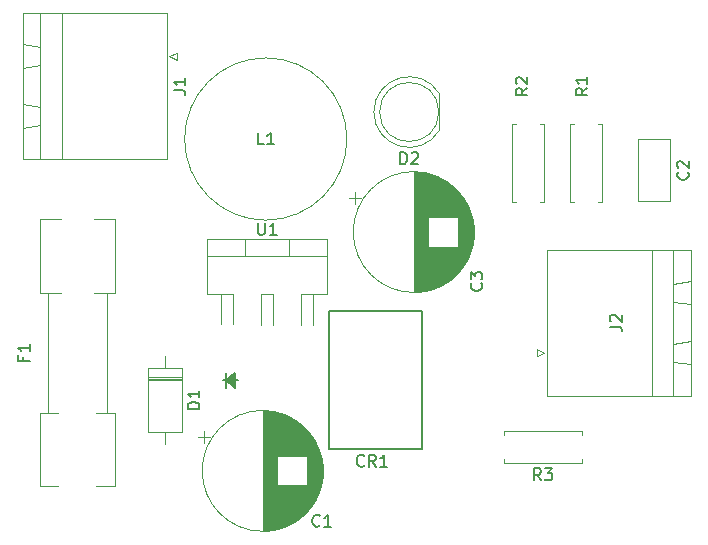
<source format=gbr>
%TF.GenerationSoftware,KiCad,Pcbnew,9.0.4*%
%TF.CreationDate,2025-10-25T17:12:59+05:30*%
%TF.ProjectId,Buck,4275636b-2e6b-4696-9361-645f70636258,rev?*%
%TF.SameCoordinates,Original*%
%TF.FileFunction,Legend,Top*%
%TF.FilePolarity,Positive*%
%FSLAX46Y46*%
G04 Gerber Fmt 4.6, Leading zero omitted, Abs format (unit mm)*
G04 Created by KiCad (PCBNEW 9.0.4) date 2025-10-25 17:12:59*
%MOMM*%
%LPD*%
G01*
G04 APERTURE LIST*
%ADD10C,0.150000*%
%ADD11C,0.120000*%
%ADD12C,0.152400*%
G04 APERTURE END LIST*
D10*
X173376933Y-101959580D02*
X173329314Y-102007200D01*
X173329314Y-102007200D02*
X173186457Y-102054819D01*
X173186457Y-102054819D02*
X173091219Y-102054819D01*
X173091219Y-102054819D02*
X172948362Y-102007200D01*
X172948362Y-102007200D02*
X172853124Y-101911961D01*
X172853124Y-101911961D02*
X172805505Y-101816723D01*
X172805505Y-101816723D02*
X172757886Y-101626247D01*
X172757886Y-101626247D02*
X172757886Y-101483390D01*
X172757886Y-101483390D02*
X172805505Y-101292914D01*
X172805505Y-101292914D02*
X172853124Y-101197676D01*
X172853124Y-101197676D02*
X172948362Y-101102438D01*
X172948362Y-101102438D02*
X173091219Y-101054819D01*
X173091219Y-101054819D02*
X173186457Y-101054819D01*
X173186457Y-101054819D02*
X173329314Y-101102438D01*
X173329314Y-101102438D02*
X173376933Y-101150057D01*
X174329314Y-102054819D02*
X173757886Y-102054819D01*
X174043600Y-102054819D02*
X174043600Y-101054819D01*
X174043600Y-101054819D02*
X173948362Y-101197676D01*
X173948362Y-101197676D02*
X173853124Y-101292914D01*
X173853124Y-101292914D02*
X173757886Y-101340533D01*
X187049580Y-81446666D02*
X187097200Y-81494285D01*
X187097200Y-81494285D02*
X187144819Y-81637142D01*
X187144819Y-81637142D02*
X187144819Y-81732380D01*
X187144819Y-81732380D02*
X187097200Y-81875237D01*
X187097200Y-81875237D02*
X187001961Y-81970475D01*
X187001961Y-81970475D02*
X186906723Y-82018094D01*
X186906723Y-82018094D02*
X186716247Y-82065713D01*
X186716247Y-82065713D02*
X186573390Y-82065713D01*
X186573390Y-82065713D02*
X186382914Y-82018094D01*
X186382914Y-82018094D02*
X186287676Y-81970475D01*
X186287676Y-81970475D02*
X186192438Y-81875237D01*
X186192438Y-81875237D02*
X186144819Y-81732380D01*
X186144819Y-81732380D02*
X186144819Y-81637142D01*
X186144819Y-81637142D02*
X186192438Y-81494285D01*
X186192438Y-81494285D02*
X186240057Y-81446666D01*
X186144819Y-81113332D02*
X186144819Y-80494285D01*
X186144819Y-80494285D02*
X186525771Y-80827618D01*
X186525771Y-80827618D02*
X186525771Y-80684761D01*
X186525771Y-80684761D02*
X186573390Y-80589523D01*
X186573390Y-80589523D02*
X186621009Y-80541904D01*
X186621009Y-80541904D02*
X186716247Y-80494285D01*
X186716247Y-80494285D02*
X186954342Y-80494285D01*
X186954342Y-80494285D02*
X187049580Y-80541904D01*
X187049580Y-80541904D02*
X187097200Y-80589523D01*
X187097200Y-80589523D02*
X187144819Y-80684761D01*
X187144819Y-80684761D02*
X187144819Y-80970475D01*
X187144819Y-80970475D02*
X187097200Y-81065713D01*
X187097200Y-81065713D02*
X187049580Y-81113332D01*
X177133333Y-96879580D02*
X177085714Y-96927200D01*
X177085714Y-96927200D02*
X176942857Y-96974819D01*
X176942857Y-96974819D02*
X176847619Y-96974819D01*
X176847619Y-96974819D02*
X176704762Y-96927200D01*
X176704762Y-96927200D02*
X176609524Y-96831961D01*
X176609524Y-96831961D02*
X176561905Y-96736723D01*
X176561905Y-96736723D02*
X176514286Y-96546247D01*
X176514286Y-96546247D02*
X176514286Y-96403390D01*
X176514286Y-96403390D02*
X176561905Y-96212914D01*
X176561905Y-96212914D02*
X176609524Y-96117676D01*
X176609524Y-96117676D02*
X176704762Y-96022438D01*
X176704762Y-96022438D02*
X176847619Y-95974819D01*
X176847619Y-95974819D02*
X176942857Y-95974819D01*
X176942857Y-95974819D02*
X177085714Y-96022438D01*
X177085714Y-96022438D02*
X177133333Y-96070057D01*
X178133333Y-96974819D02*
X177800000Y-96498628D01*
X177561905Y-96974819D02*
X177561905Y-95974819D01*
X177561905Y-95974819D02*
X177942857Y-95974819D01*
X177942857Y-95974819D02*
X178038095Y-96022438D01*
X178038095Y-96022438D02*
X178085714Y-96070057D01*
X178085714Y-96070057D02*
X178133333Y-96165295D01*
X178133333Y-96165295D02*
X178133333Y-96308152D01*
X178133333Y-96308152D02*
X178085714Y-96403390D01*
X178085714Y-96403390D02*
X178038095Y-96451009D01*
X178038095Y-96451009D02*
X177942857Y-96498628D01*
X177942857Y-96498628D02*
X177561905Y-96498628D01*
X179085714Y-96974819D02*
X178514286Y-96974819D01*
X178800000Y-96974819D02*
X178800000Y-95974819D01*
X178800000Y-95974819D02*
X178704762Y-96117676D01*
X178704762Y-96117676D02*
X178609524Y-96212914D01*
X178609524Y-96212914D02*
X178514286Y-96260533D01*
X163198819Y-92076494D02*
X162198819Y-92076494D01*
X162198819Y-92076494D02*
X162198819Y-91838399D01*
X162198819Y-91838399D02*
X162246438Y-91695542D01*
X162246438Y-91695542D02*
X162341676Y-91600304D01*
X162341676Y-91600304D02*
X162436914Y-91552685D01*
X162436914Y-91552685D02*
X162627390Y-91505066D01*
X162627390Y-91505066D02*
X162770247Y-91505066D01*
X162770247Y-91505066D02*
X162960723Y-91552685D01*
X162960723Y-91552685D02*
X163055961Y-91600304D01*
X163055961Y-91600304D02*
X163151200Y-91695542D01*
X163151200Y-91695542D02*
X163198819Y-91838399D01*
X163198819Y-91838399D02*
X163198819Y-92076494D01*
X163198819Y-90552685D02*
X163198819Y-91124113D01*
X163198819Y-90838399D02*
X162198819Y-90838399D01*
X162198819Y-90838399D02*
X162341676Y-90933637D01*
X162341676Y-90933637D02*
X162436914Y-91028875D01*
X162436914Y-91028875D02*
X162484533Y-91124113D01*
X180216505Y-71369219D02*
X180216505Y-70369219D01*
X180216505Y-70369219D02*
X180454600Y-70369219D01*
X180454600Y-70369219D02*
X180597457Y-70416838D01*
X180597457Y-70416838D02*
X180692695Y-70512076D01*
X180692695Y-70512076D02*
X180740314Y-70607314D01*
X180740314Y-70607314D02*
X180787933Y-70797790D01*
X180787933Y-70797790D02*
X180787933Y-70940647D01*
X180787933Y-70940647D02*
X180740314Y-71131123D01*
X180740314Y-71131123D02*
X180692695Y-71226361D01*
X180692695Y-71226361D02*
X180597457Y-71321600D01*
X180597457Y-71321600D02*
X180454600Y-71369219D01*
X180454600Y-71369219D02*
X180216505Y-71369219D01*
X181168886Y-70464457D02*
X181216505Y-70416838D01*
X181216505Y-70416838D02*
X181311743Y-70369219D01*
X181311743Y-70369219D02*
X181549838Y-70369219D01*
X181549838Y-70369219D02*
X181645076Y-70416838D01*
X181645076Y-70416838D02*
X181692695Y-70464457D01*
X181692695Y-70464457D02*
X181740314Y-70559695D01*
X181740314Y-70559695D02*
X181740314Y-70654933D01*
X181740314Y-70654933D02*
X181692695Y-70797790D01*
X181692695Y-70797790D02*
X181121267Y-71369219D01*
X181121267Y-71369219D02*
X181740314Y-71369219D01*
X160998419Y-65103333D02*
X161712704Y-65103333D01*
X161712704Y-65103333D02*
X161855561Y-65150952D01*
X161855561Y-65150952D02*
X161950800Y-65246190D01*
X161950800Y-65246190D02*
X161998419Y-65389047D01*
X161998419Y-65389047D02*
X161998419Y-65484285D01*
X161998419Y-64103333D02*
X161998419Y-64674761D01*
X161998419Y-64389047D02*
X160998419Y-64389047D01*
X160998419Y-64389047D02*
X161141276Y-64484285D01*
X161141276Y-64484285D02*
X161236514Y-64579523D01*
X161236514Y-64579523D02*
X161284133Y-64674761D01*
X197930419Y-85118533D02*
X198644704Y-85118533D01*
X198644704Y-85118533D02*
X198787561Y-85166152D01*
X198787561Y-85166152D02*
X198882800Y-85261390D01*
X198882800Y-85261390D02*
X198930419Y-85404247D01*
X198930419Y-85404247D02*
X198930419Y-85499485D01*
X198025657Y-84689961D02*
X197978038Y-84642342D01*
X197978038Y-84642342D02*
X197930419Y-84547104D01*
X197930419Y-84547104D02*
X197930419Y-84309009D01*
X197930419Y-84309009D02*
X197978038Y-84213771D01*
X197978038Y-84213771D02*
X198025657Y-84166152D01*
X198025657Y-84166152D02*
X198120895Y-84118533D01*
X198120895Y-84118533D02*
X198216133Y-84118533D01*
X198216133Y-84118533D02*
X198358990Y-84166152D01*
X198358990Y-84166152D02*
X198930419Y-84737580D01*
X198930419Y-84737580D02*
X198930419Y-84118533D01*
X196034819Y-64936666D02*
X195558628Y-65269999D01*
X196034819Y-65508094D02*
X195034819Y-65508094D01*
X195034819Y-65508094D02*
X195034819Y-65127142D01*
X195034819Y-65127142D02*
X195082438Y-65031904D01*
X195082438Y-65031904D02*
X195130057Y-64984285D01*
X195130057Y-64984285D02*
X195225295Y-64936666D01*
X195225295Y-64936666D02*
X195368152Y-64936666D01*
X195368152Y-64936666D02*
X195463390Y-64984285D01*
X195463390Y-64984285D02*
X195511009Y-65031904D01*
X195511009Y-65031904D02*
X195558628Y-65127142D01*
X195558628Y-65127142D02*
X195558628Y-65508094D01*
X196034819Y-63984285D02*
X196034819Y-64555713D01*
X196034819Y-64269999D02*
X195034819Y-64269999D01*
X195034819Y-64269999D02*
X195177676Y-64365237D01*
X195177676Y-64365237D02*
X195272914Y-64460475D01*
X195272914Y-64460475D02*
X195320533Y-64555713D01*
X168150095Y-76351619D02*
X168150095Y-77161142D01*
X168150095Y-77161142D02*
X168197714Y-77256380D01*
X168197714Y-77256380D02*
X168245333Y-77304000D01*
X168245333Y-77304000D02*
X168340571Y-77351619D01*
X168340571Y-77351619D02*
X168531047Y-77351619D01*
X168531047Y-77351619D02*
X168626285Y-77304000D01*
X168626285Y-77304000D02*
X168673904Y-77256380D01*
X168673904Y-77256380D02*
X168721523Y-77161142D01*
X168721523Y-77161142D02*
X168721523Y-76351619D01*
X169721523Y-77351619D02*
X169150095Y-77351619D01*
X169435809Y-77351619D02*
X169435809Y-76351619D01*
X169435809Y-76351619D02*
X169340571Y-76494476D01*
X169340571Y-76494476D02*
X169245333Y-76589714D01*
X169245333Y-76589714D02*
X169150095Y-76637333D01*
X168641733Y-69695219D02*
X168165543Y-69695219D01*
X168165543Y-69695219D02*
X168165543Y-68695219D01*
X169498876Y-69695219D02*
X168927448Y-69695219D01*
X169213162Y-69695219D02*
X169213162Y-68695219D01*
X169213162Y-68695219D02*
X169117924Y-68838076D01*
X169117924Y-68838076D02*
X169022686Y-68933314D01*
X169022686Y-68933314D02*
X168927448Y-68980933D01*
X192111333Y-98125619D02*
X191778000Y-97649428D01*
X191539905Y-98125619D02*
X191539905Y-97125619D01*
X191539905Y-97125619D02*
X191920857Y-97125619D01*
X191920857Y-97125619D02*
X192016095Y-97173238D01*
X192016095Y-97173238D02*
X192063714Y-97220857D01*
X192063714Y-97220857D02*
X192111333Y-97316095D01*
X192111333Y-97316095D02*
X192111333Y-97458952D01*
X192111333Y-97458952D02*
X192063714Y-97554190D01*
X192063714Y-97554190D02*
X192016095Y-97601809D01*
X192016095Y-97601809D02*
X191920857Y-97649428D01*
X191920857Y-97649428D02*
X191539905Y-97649428D01*
X192444667Y-97125619D02*
X193063714Y-97125619D01*
X193063714Y-97125619D02*
X192730381Y-97506571D01*
X192730381Y-97506571D02*
X192873238Y-97506571D01*
X192873238Y-97506571D02*
X192968476Y-97554190D01*
X192968476Y-97554190D02*
X193016095Y-97601809D01*
X193016095Y-97601809D02*
X193063714Y-97697047D01*
X193063714Y-97697047D02*
X193063714Y-97935142D01*
X193063714Y-97935142D02*
X193016095Y-98030380D01*
X193016095Y-98030380D02*
X192968476Y-98078000D01*
X192968476Y-98078000D02*
X192873238Y-98125619D01*
X192873238Y-98125619D02*
X192587524Y-98125619D01*
X192587524Y-98125619D02*
X192492286Y-98078000D01*
X192492286Y-98078000D02*
X192444667Y-98030380D01*
X204535580Y-72048666D02*
X204583200Y-72096285D01*
X204583200Y-72096285D02*
X204630819Y-72239142D01*
X204630819Y-72239142D02*
X204630819Y-72334380D01*
X204630819Y-72334380D02*
X204583200Y-72477237D01*
X204583200Y-72477237D02*
X204487961Y-72572475D01*
X204487961Y-72572475D02*
X204392723Y-72620094D01*
X204392723Y-72620094D02*
X204202247Y-72667713D01*
X204202247Y-72667713D02*
X204059390Y-72667713D01*
X204059390Y-72667713D02*
X203868914Y-72620094D01*
X203868914Y-72620094D02*
X203773676Y-72572475D01*
X203773676Y-72572475D02*
X203678438Y-72477237D01*
X203678438Y-72477237D02*
X203630819Y-72334380D01*
X203630819Y-72334380D02*
X203630819Y-72239142D01*
X203630819Y-72239142D02*
X203678438Y-72096285D01*
X203678438Y-72096285D02*
X203726057Y-72048666D01*
X203726057Y-71667713D02*
X203678438Y-71620094D01*
X203678438Y-71620094D02*
X203630819Y-71524856D01*
X203630819Y-71524856D02*
X203630819Y-71286761D01*
X203630819Y-71286761D02*
X203678438Y-71191523D01*
X203678438Y-71191523D02*
X203726057Y-71143904D01*
X203726057Y-71143904D02*
X203821295Y-71096285D01*
X203821295Y-71096285D02*
X203916533Y-71096285D01*
X203916533Y-71096285D02*
X204059390Y-71143904D01*
X204059390Y-71143904D02*
X204630819Y-71715332D01*
X204630819Y-71715332D02*
X204630819Y-71096285D01*
X148288209Y-87684933D02*
X148288209Y-88018266D01*
X148812019Y-88018266D02*
X147812019Y-88018266D01*
X147812019Y-88018266D02*
X147812019Y-87542076D01*
X148812019Y-86637314D02*
X148812019Y-87208742D01*
X148812019Y-86923028D02*
X147812019Y-86923028D01*
X147812019Y-86923028D02*
X147954876Y-87018266D01*
X147954876Y-87018266D02*
X148050114Y-87113504D01*
X148050114Y-87113504D02*
X148097733Y-87208742D01*
X190954819Y-64936666D02*
X190478628Y-65269999D01*
X190954819Y-65508094D02*
X189954819Y-65508094D01*
X189954819Y-65508094D02*
X189954819Y-65127142D01*
X189954819Y-65127142D02*
X190002438Y-65031904D01*
X190002438Y-65031904D02*
X190050057Y-64984285D01*
X190050057Y-64984285D02*
X190145295Y-64936666D01*
X190145295Y-64936666D02*
X190288152Y-64936666D01*
X190288152Y-64936666D02*
X190383390Y-64984285D01*
X190383390Y-64984285D02*
X190431009Y-65031904D01*
X190431009Y-65031904D02*
X190478628Y-65127142D01*
X190478628Y-65127142D02*
X190478628Y-65508094D01*
X190050057Y-64555713D02*
X190002438Y-64508094D01*
X190002438Y-64508094D02*
X189954819Y-64412856D01*
X189954819Y-64412856D02*
X189954819Y-64174761D01*
X189954819Y-64174761D02*
X190002438Y-64079523D01*
X190002438Y-64079523D02*
X190050057Y-64031904D01*
X190050057Y-64031904D02*
X190145295Y-63984285D01*
X190145295Y-63984285D02*
X190240533Y-63984285D01*
X190240533Y-63984285D02*
X190383390Y-64031904D01*
X190383390Y-64031904D02*
X190954819Y-64603332D01*
X190954819Y-64603332D02*
X190954819Y-63984285D01*
D11*
%TO.C,C1*%
X163063954Y-94457800D02*
X164063954Y-94457800D01*
X163563954Y-93957800D02*
X163563954Y-94957800D01*
X168543600Y-92252800D02*
X168543600Y-102412800D01*
X168583600Y-92252800D02*
X168583600Y-102412800D01*
X168623600Y-92253800D02*
X168623600Y-102411800D01*
X168663600Y-92253800D02*
X168663600Y-102411800D01*
X168703600Y-92255800D02*
X168703600Y-102409800D01*
X168743600Y-92256800D02*
X168743600Y-102408800D01*
X168783600Y-92258800D02*
X168783600Y-102406800D01*
X168823600Y-92260800D02*
X168823600Y-102404800D01*
X168863600Y-92262800D02*
X168863600Y-102402800D01*
X168903600Y-92265800D02*
X168903600Y-102399800D01*
X168943600Y-92268800D02*
X168943600Y-102396800D01*
X168983600Y-92271800D02*
X168983600Y-102393800D01*
X169023600Y-92275800D02*
X169023600Y-102389800D01*
X169063600Y-92278800D02*
X169063600Y-102386800D01*
X169103600Y-92283800D02*
X169103600Y-102381800D01*
X169143600Y-92287800D02*
X169143600Y-102377800D01*
X169183600Y-92292800D02*
X169183600Y-102372800D01*
X169223600Y-92297800D02*
X169223600Y-102367800D01*
X169263600Y-92303800D02*
X169263600Y-102361800D01*
X169303600Y-92309800D02*
X169303600Y-102355800D01*
X169343600Y-92315800D02*
X169343600Y-102349800D01*
X169383600Y-92321800D02*
X169383600Y-102343800D01*
X169423600Y-92328800D02*
X169423600Y-102336800D01*
X169463600Y-92335800D02*
X169463600Y-102329800D01*
X169503600Y-92343800D02*
X169503600Y-102321800D01*
X169543600Y-92351800D02*
X169543600Y-102313800D01*
X169583600Y-92359800D02*
X169583600Y-102305800D01*
X169623600Y-92367800D02*
X169623600Y-102297800D01*
X169663600Y-92376800D02*
X169663600Y-102288800D01*
X169703600Y-92385800D02*
X169703600Y-102279800D01*
X169743600Y-92395800D02*
X169743600Y-102269800D01*
X169783600Y-92404800D02*
X169783600Y-102260800D01*
X169823600Y-92415800D02*
X169823600Y-96092800D01*
X169823600Y-98572800D02*
X169823600Y-102249800D01*
X169863600Y-92425800D02*
X169863600Y-96092800D01*
X169863600Y-98572800D02*
X169863600Y-102239800D01*
X169903600Y-92436800D02*
X169903600Y-96092800D01*
X169903600Y-98572800D02*
X169903600Y-102228800D01*
X169943600Y-92447800D02*
X169943600Y-96092800D01*
X169943600Y-98572800D02*
X169943600Y-102217800D01*
X169983600Y-92459800D02*
X169983600Y-96092800D01*
X169983600Y-98572800D02*
X169983600Y-102205800D01*
X170023600Y-92471800D02*
X170023600Y-96092800D01*
X170023600Y-98572800D02*
X170023600Y-102193800D01*
X170063600Y-92483800D02*
X170063600Y-96092800D01*
X170063600Y-98572800D02*
X170063600Y-102181800D01*
X170103600Y-92495800D02*
X170103600Y-96092800D01*
X170103600Y-98572800D02*
X170103600Y-102169800D01*
X170143600Y-92508800D02*
X170143600Y-96092800D01*
X170143600Y-98572800D02*
X170143600Y-102156800D01*
X170183600Y-92522800D02*
X170183600Y-96092800D01*
X170183600Y-98572800D02*
X170183600Y-102142800D01*
X170223600Y-92535800D02*
X170223600Y-96092800D01*
X170223600Y-98572800D02*
X170223600Y-102129800D01*
X170263600Y-92550800D02*
X170263600Y-96092800D01*
X170263600Y-98572800D02*
X170263600Y-102114800D01*
X170303600Y-92564800D02*
X170303600Y-96092800D01*
X170303600Y-98572800D02*
X170303600Y-102100800D01*
X170343600Y-92579800D02*
X170343600Y-96092800D01*
X170343600Y-98572800D02*
X170343600Y-102085800D01*
X170383600Y-92594800D02*
X170383600Y-96092800D01*
X170383600Y-98572800D02*
X170383600Y-102070800D01*
X170423600Y-92610800D02*
X170423600Y-96092800D01*
X170423600Y-98572800D02*
X170423600Y-102054800D01*
X170463600Y-92626800D02*
X170463600Y-96092800D01*
X170463600Y-98572800D02*
X170463600Y-102038800D01*
X170503600Y-92642800D02*
X170503600Y-96092800D01*
X170503600Y-98572800D02*
X170503600Y-102022800D01*
X170543600Y-92659800D02*
X170543600Y-96092800D01*
X170543600Y-98572800D02*
X170543600Y-102005800D01*
X170583600Y-92676800D02*
X170583600Y-96092800D01*
X170583600Y-98572800D02*
X170583600Y-101988800D01*
X170623600Y-92694800D02*
X170623600Y-96092800D01*
X170623600Y-98572800D02*
X170623600Y-101970800D01*
X170663600Y-92712800D02*
X170663600Y-96092800D01*
X170663600Y-98572800D02*
X170663600Y-101952800D01*
X170703600Y-92730800D02*
X170703600Y-96092800D01*
X170703600Y-98572800D02*
X170703600Y-101934800D01*
X170743600Y-92749800D02*
X170743600Y-96092800D01*
X170743600Y-98572800D02*
X170743600Y-101915800D01*
X170783600Y-92768800D02*
X170783600Y-96092800D01*
X170783600Y-98572800D02*
X170783600Y-101896800D01*
X170823600Y-92788800D02*
X170823600Y-96092800D01*
X170823600Y-98572800D02*
X170823600Y-101876800D01*
X170863600Y-92808800D02*
X170863600Y-96092800D01*
X170863600Y-98572800D02*
X170863600Y-101856800D01*
X170903600Y-92828800D02*
X170903600Y-96092800D01*
X170903600Y-98572800D02*
X170903600Y-101836800D01*
X170943600Y-92849800D02*
X170943600Y-96092800D01*
X170943600Y-98572800D02*
X170943600Y-101815800D01*
X170983600Y-92871800D02*
X170983600Y-96092800D01*
X170983600Y-98572800D02*
X170983600Y-101793800D01*
X171023600Y-92893800D02*
X171023600Y-96092800D01*
X171023600Y-98572800D02*
X171023600Y-101771800D01*
X171063600Y-92915800D02*
X171063600Y-96092800D01*
X171063600Y-98572800D02*
X171063600Y-101749800D01*
X171103600Y-92938800D02*
X171103600Y-96092800D01*
X171103600Y-98572800D02*
X171103600Y-101726800D01*
X171143600Y-92961800D02*
X171143600Y-96092800D01*
X171143600Y-98572800D02*
X171143600Y-101703800D01*
X171183600Y-92985800D02*
X171183600Y-96092800D01*
X171183600Y-98572800D02*
X171183600Y-101679800D01*
X171223600Y-93009800D02*
X171223600Y-96092800D01*
X171223600Y-98572800D02*
X171223600Y-101655800D01*
X171263600Y-93034800D02*
X171263600Y-96092800D01*
X171263600Y-98572800D02*
X171263600Y-101630800D01*
X171303600Y-93060800D02*
X171303600Y-96092800D01*
X171303600Y-98572800D02*
X171303600Y-101604800D01*
X171343600Y-93085800D02*
X171343600Y-96092800D01*
X171343600Y-98572800D02*
X171343600Y-101579800D01*
X171383600Y-93112800D02*
X171383600Y-96092800D01*
X171383600Y-98572800D02*
X171383600Y-101552800D01*
X171423600Y-93139800D02*
X171423600Y-96092800D01*
X171423600Y-98572800D02*
X171423600Y-101525800D01*
X171463600Y-93166800D02*
X171463600Y-96092800D01*
X171463600Y-98572800D02*
X171463600Y-101498800D01*
X171503600Y-93194800D02*
X171503600Y-96092800D01*
X171503600Y-98572800D02*
X171503600Y-101470800D01*
X171543600Y-93223800D02*
X171543600Y-96092800D01*
X171543600Y-98572800D02*
X171543600Y-101441800D01*
X171583600Y-93252800D02*
X171583600Y-96092800D01*
X171583600Y-98572800D02*
X171583600Y-101412800D01*
X171623600Y-93282800D02*
X171623600Y-96092800D01*
X171623600Y-98572800D02*
X171623600Y-101382800D01*
X171663600Y-93312800D02*
X171663600Y-96092800D01*
X171663600Y-98572800D02*
X171663600Y-101352800D01*
X171703600Y-93344800D02*
X171703600Y-96092800D01*
X171703600Y-98572800D02*
X171703600Y-101320800D01*
X171743600Y-93375800D02*
X171743600Y-96092800D01*
X171743600Y-98572800D02*
X171743600Y-101289800D01*
X171783600Y-93408800D02*
X171783600Y-96092800D01*
X171783600Y-98572800D02*
X171783600Y-101256800D01*
X171823600Y-93441800D02*
X171823600Y-96092800D01*
X171823600Y-98572800D02*
X171823600Y-101223800D01*
X171863600Y-93474800D02*
X171863600Y-96092800D01*
X171863600Y-98572800D02*
X171863600Y-101190800D01*
X171903600Y-93509800D02*
X171903600Y-96092800D01*
X171903600Y-98572800D02*
X171903600Y-101155800D01*
X171943600Y-93544800D02*
X171943600Y-96092800D01*
X171943600Y-98572800D02*
X171943600Y-101120800D01*
X171983600Y-93580800D02*
X171983600Y-96092800D01*
X171983600Y-98572800D02*
X171983600Y-101084800D01*
X172023600Y-93616800D02*
X172023600Y-96092800D01*
X172023600Y-98572800D02*
X172023600Y-101048800D01*
X172063600Y-93654800D02*
X172063600Y-96092800D01*
X172063600Y-98572800D02*
X172063600Y-101010800D01*
X172103600Y-93692800D02*
X172103600Y-96092800D01*
X172103600Y-98572800D02*
X172103600Y-100972800D01*
X172143600Y-93731800D02*
X172143600Y-96092800D01*
X172143600Y-98572800D02*
X172143600Y-100933800D01*
X172183600Y-93771800D02*
X172183600Y-96092800D01*
X172183600Y-98572800D02*
X172183600Y-100893800D01*
X172223600Y-93812800D02*
X172223600Y-96092800D01*
X172223600Y-98572800D02*
X172223600Y-100852800D01*
X172263600Y-93854800D02*
X172263600Y-96092800D01*
X172263600Y-98572800D02*
X172263600Y-100810800D01*
X172303600Y-93897800D02*
X172303600Y-100767800D01*
X172343600Y-93941800D02*
X172343600Y-100723800D01*
X172383600Y-93985800D02*
X172383600Y-100679800D01*
X172423600Y-94031800D02*
X172423600Y-100633800D01*
X172463600Y-94078800D02*
X172463600Y-100586800D01*
X172503600Y-94127800D02*
X172503600Y-100537800D01*
X172543600Y-94176800D02*
X172543600Y-100488800D01*
X172583600Y-94227800D02*
X172583600Y-100437800D01*
X172623600Y-94279800D02*
X172623600Y-100385800D01*
X172663600Y-94332800D02*
X172663600Y-100332800D01*
X172703600Y-94387800D02*
X172703600Y-100277800D01*
X172743600Y-94444800D02*
X172743600Y-100220800D01*
X172783600Y-94502800D02*
X172783600Y-100162800D01*
X172823600Y-94562800D02*
X172823600Y-100102800D01*
X172863600Y-94624800D02*
X172863600Y-100040800D01*
X172903600Y-94688800D02*
X172903600Y-99976800D01*
X172943600Y-94754800D02*
X172943600Y-99910800D01*
X172983600Y-94822800D02*
X172983600Y-99842800D01*
X173023600Y-94893800D02*
X173023600Y-99771800D01*
X173063600Y-94967800D02*
X173063600Y-99697800D01*
X173103600Y-95044800D02*
X173103600Y-99620800D01*
X173143600Y-95124800D02*
X173143600Y-99540800D01*
X173183600Y-95208800D02*
X173183600Y-99456800D01*
X173223600Y-95295800D02*
X173223600Y-99369800D01*
X173263600Y-95388800D02*
X173263600Y-99276800D01*
X173303600Y-95486800D02*
X173303600Y-99178800D01*
X173343600Y-95590800D02*
X173343600Y-99074800D01*
X173383600Y-95702800D02*
X173383600Y-98962800D01*
X173423600Y-95823800D02*
X173423600Y-98841800D01*
X173463600Y-95955800D02*
X173463600Y-98709800D01*
X173503600Y-96102800D02*
X173503600Y-98562800D01*
X173543600Y-96270800D02*
X173543600Y-98394800D01*
X173583600Y-96470800D02*
X173583600Y-98194800D01*
X173623600Y-96733800D02*
X173623600Y-97931800D01*
X173663600Y-97332800D02*
G75*
G02*
X163423600Y-97332800I-5120000J0D01*
G01*
X163423600Y-97332800D02*
G75*
G02*
X173663600Y-97332800I5120000J0D01*
G01*
%TO.C,C3*%
X175856277Y-74239400D02*
X176856277Y-74239400D01*
X176356277Y-73739400D02*
X176356277Y-74739400D01*
X181335923Y-72034400D02*
X181335923Y-82194400D01*
X181375923Y-72034400D02*
X181375923Y-82194400D01*
X181415923Y-72035400D02*
X181415923Y-82193400D01*
X181455923Y-72035400D02*
X181455923Y-82193400D01*
X181495923Y-72037400D02*
X181495923Y-82191400D01*
X181535923Y-72038400D02*
X181535923Y-82190400D01*
X181575923Y-72040400D02*
X181575923Y-82188400D01*
X181615923Y-72042400D02*
X181615923Y-82186400D01*
X181655923Y-72044400D02*
X181655923Y-82184400D01*
X181695923Y-72047400D02*
X181695923Y-82181400D01*
X181735923Y-72050400D02*
X181735923Y-82178400D01*
X181775923Y-72053400D02*
X181775923Y-82175400D01*
X181815923Y-72057400D02*
X181815923Y-82171400D01*
X181855923Y-72060400D02*
X181855923Y-82168400D01*
X181895923Y-72065400D02*
X181895923Y-82163400D01*
X181935923Y-72069400D02*
X181935923Y-82159400D01*
X181975923Y-72074400D02*
X181975923Y-82154400D01*
X182015923Y-72079400D02*
X182015923Y-82149400D01*
X182055923Y-72085400D02*
X182055923Y-82143400D01*
X182095923Y-72091400D02*
X182095923Y-82137400D01*
X182135923Y-72097400D02*
X182135923Y-82131400D01*
X182175923Y-72103400D02*
X182175923Y-82125400D01*
X182215923Y-72110400D02*
X182215923Y-82118400D01*
X182255923Y-72117400D02*
X182255923Y-82111400D01*
X182295923Y-72125400D02*
X182295923Y-82103400D01*
X182335923Y-72133400D02*
X182335923Y-82095400D01*
X182375923Y-72141400D02*
X182375923Y-82087400D01*
X182415923Y-72149400D02*
X182415923Y-82079400D01*
X182455923Y-72158400D02*
X182455923Y-82070400D01*
X182495923Y-72167400D02*
X182495923Y-82061400D01*
X182535923Y-72177400D02*
X182535923Y-82051400D01*
X182575923Y-72186400D02*
X182575923Y-82042400D01*
X182615923Y-72197400D02*
X182615923Y-75874400D01*
X182615923Y-78354400D02*
X182615923Y-82031400D01*
X182655923Y-72207400D02*
X182655923Y-75874400D01*
X182655923Y-78354400D02*
X182655923Y-82021400D01*
X182695923Y-72218400D02*
X182695923Y-75874400D01*
X182695923Y-78354400D02*
X182695923Y-82010400D01*
X182735923Y-72229400D02*
X182735923Y-75874400D01*
X182735923Y-78354400D02*
X182735923Y-81999400D01*
X182775923Y-72241400D02*
X182775923Y-75874400D01*
X182775923Y-78354400D02*
X182775923Y-81987400D01*
X182815923Y-72253400D02*
X182815923Y-75874400D01*
X182815923Y-78354400D02*
X182815923Y-81975400D01*
X182855923Y-72265400D02*
X182855923Y-75874400D01*
X182855923Y-78354400D02*
X182855923Y-81963400D01*
X182895923Y-72277400D02*
X182895923Y-75874400D01*
X182895923Y-78354400D02*
X182895923Y-81951400D01*
X182935923Y-72290400D02*
X182935923Y-75874400D01*
X182935923Y-78354400D02*
X182935923Y-81938400D01*
X182975923Y-72304400D02*
X182975923Y-75874400D01*
X182975923Y-78354400D02*
X182975923Y-81924400D01*
X183015923Y-72317400D02*
X183015923Y-75874400D01*
X183015923Y-78354400D02*
X183015923Y-81911400D01*
X183055923Y-72332400D02*
X183055923Y-75874400D01*
X183055923Y-78354400D02*
X183055923Y-81896400D01*
X183095923Y-72346400D02*
X183095923Y-75874400D01*
X183095923Y-78354400D02*
X183095923Y-81882400D01*
X183135923Y-72361400D02*
X183135923Y-75874400D01*
X183135923Y-78354400D02*
X183135923Y-81867400D01*
X183175923Y-72376400D02*
X183175923Y-75874400D01*
X183175923Y-78354400D02*
X183175923Y-81852400D01*
X183215923Y-72392400D02*
X183215923Y-75874400D01*
X183215923Y-78354400D02*
X183215923Y-81836400D01*
X183255923Y-72408400D02*
X183255923Y-75874400D01*
X183255923Y-78354400D02*
X183255923Y-81820400D01*
X183295923Y-72424400D02*
X183295923Y-75874400D01*
X183295923Y-78354400D02*
X183295923Y-81804400D01*
X183335923Y-72441400D02*
X183335923Y-75874400D01*
X183335923Y-78354400D02*
X183335923Y-81787400D01*
X183375923Y-72458400D02*
X183375923Y-75874400D01*
X183375923Y-78354400D02*
X183375923Y-81770400D01*
X183415923Y-72476400D02*
X183415923Y-75874400D01*
X183415923Y-78354400D02*
X183415923Y-81752400D01*
X183455923Y-72494400D02*
X183455923Y-75874400D01*
X183455923Y-78354400D02*
X183455923Y-81734400D01*
X183495923Y-72512400D02*
X183495923Y-75874400D01*
X183495923Y-78354400D02*
X183495923Y-81716400D01*
X183535923Y-72531400D02*
X183535923Y-75874400D01*
X183535923Y-78354400D02*
X183535923Y-81697400D01*
X183575923Y-72550400D02*
X183575923Y-75874400D01*
X183575923Y-78354400D02*
X183575923Y-81678400D01*
X183615923Y-72570400D02*
X183615923Y-75874400D01*
X183615923Y-78354400D02*
X183615923Y-81658400D01*
X183655923Y-72590400D02*
X183655923Y-75874400D01*
X183655923Y-78354400D02*
X183655923Y-81638400D01*
X183695923Y-72610400D02*
X183695923Y-75874400D01*
X183695923Y-78354400D02*
X183695923Y-81618400D01*
X183735923Y-72631400D02*
X183735923Y-75874400D01*
X183735923Y-78354400D02*
X183735923Y-81597400D01*
X183775923Y-72653400D02*
X183775923Y-75874400D01*
X183775923Y-78354400D02*
X183775923Y-81575400D01*
X183815923Y-72675400D02*
X183815923Y-75874400D01*
X183815923Y-78354400D02*
X183815923Y-81553400D01*
X183855923Y-72697400D02*
X183855923Y-75874400D01*
X183855923Y-78354400D02*
X183855923Y-81531400D01*
X183895923Y-72720400D02*
X183895923Y-75874400D01*
X183895923Y-78354400D02*
X183895923Y-81508400D01*
X183935923Y-72743400D02*
X183935923Y-75874400D01*
X183935923Y-78354400D02*
X183935923Y-81485400D01*
X183975923Y-72767400D02*
X183975923Y-75874400D01*
X183975923Y-78354400D02*
X183975923Y-81461400D01*
X184015923Y-72791400D02*
X184015923Y-75874400D01*
X184015923Y-78354400D02*
X184015923Y-81437400D01*
X184055923Y-72816400D02*
X184055923Y-75874400D01*
X184055923Y-78354400D02*
X184055923Y-81412400D01*
X184095923Y-72842400D02*
X184095923Y-75874400D01*
X184095923Y-78354400D02*
X184095923Y-81386400D01*
X184135923Y-72867400D02*
X184135923Y-75874400D01*
X184135923Y-78354400D02*
X184135923Y-81361400D01*
X184175923Y-72894400D02*
X184175923Y-75874400D01*
X184175923Y-78354400D02*
X184175923Y-81334400D01*
X184215923Y-72921400D02*
X184215923Y-75874400D01*
X184215923Y-78354400D02*
X184215923Y-81307400D01*
X184255923Y-72948400D02*
X184255923Y-75874400D01*
X184255923Y-78354400D02*
X184255923Y-81280400D01*
X184295923Y-72976400D02*
X184295923Y-75874400D01*
X184295923Y-78354400D02*
X184295923Y-81252400D01*
X184335923Y-73005400D02*
X184335923Y-75874400D01*
X184335923Y-78354400D02*
X184335923Y-81223400D01*
X184375923Y-73034400D02*
X184375923Y-75874400D01*
X184375923Y-78354400D02*
X184375923Y-81194400D01*
X184415923Y-73064400D02*
X184415923Y-75874400D01*
X184415923Y-78354400D02*
X184415923Y-81164400D01*
X184455923Y-73094400D02*
X184455923Y-75874400D01*
X184455923Y-78354400D02*
X184455923Y-81134400D01*
X184495923Y-73126400D02*
X184495923Y-75874400D01*
X184495923Y-78354400D02*
X184495923Y-81102400D01*
X184535923Y-73157400D02*
X184535923Y-75874400D01*
X184535923Y-78354400D02*
X184535923Y-81071400D01*
X184575923Y-73190400D02*
X184575923Y-75874400D01*
X184575923Y-78354400D02*
X184575923Y-81038400D01*
X184615923Y-73223400D02*
X184615923Y-75874400D01*
X184615923Y-78354400D02*
X184615923Y-81005400D01*
X184655923Y-73256400D02*
X184655923Y-75874400D01*
X184655923Y-78354400D02*
X184655923Y-80972400D01*
X184695923Y-73291400D02*
X184695923Y-75874400D01*
X184695923Y-78354400D02*
X184695923Y-80937400D01*
X184735923Y-73326400D02*
X184735923Y-75874400D01*
X184735923Y-78354400D02*
X184735923Y-80902400D01*
X184775923Y-73362400D02*
X184775923Y-75874400D01*
X184775923Y-78354400D02*
X184775923Y-80866400D01*
X184815923Y-73398400D02*
X184815923Y-75874400D01*
X184815923Y-78354400D02*
X184815923Y-80830400D01*
X184855923Y-73436400D02*
X184855923Y-75874400D01*
X184855923Y-78354400D02*
X184855923Y-80792400D01*
X184895923Y-73474400D02*
X184895923Y-75874400D01*
X184895923Y-78354400D02*
X184895923Y-80754400D01*
X184935923Y-73513400D02*
X184935923Y-75874400D01*
X184935923Y-78354400D02*
X184935923Y-80715400D01*
X184975923Y-73553400D02*
X184975923Y-75874400D01*
X184975923Y-78354400D02*
X184975923Y-80675400D01*
X185015923Y-73594400D02*
X185015923Y-75874400D01*
X185015923Y-78354400D02*
X185015923Y-80634400D01*
X185055923Y-73636400D02*
X185055923Y-75874400D01*
X185055923Y-78354400D02*
X185055923Y-80592400D01*
X185095923Y-73679400D02*
X185095923Y-80549400D01*
X185135923Y-73723400D02*
X185135923Y-80505400D01*
X185175923Y-73767400D02*
X185175923Y-80461400D01*
X185215923Y-73813400D02*
X185215923Y-80415400D01*
X185255923Y-73860400D02*
X185255923Y-80368400D01*
X185295923Y-73909400D02*
X185295923Y-80319400D01*
X185335923Y-73958400D02*
X185335923Y-80270400D01*
X185375923Y-74009400D02*
X185375923Y-80219400D01*
X185415923Y-74061400D02*
X185415923Y-80167400D01*
X185455923Y-74114400D02*
X185455923Y-80114400D01*
X185495923Y-74169400D02*
X185495923Y-80059400D01*
X185535923Y-74226400D02*
X185535923Y-80002400D01*
X185575923Y-74284400D02*
X185575923Y-79944400D01*
X185615923Y-74344400D02*
X185615923Y-79884400D01*
X185655923Y-74406400D02*
X185655923Y-79822400D01*
X185695923Y-74470400D02*
X185695923Y-79758400D01*
X185735923Y-74536400D02*
X185735923Y-79692400D01*
X185775923Y-74604400D02*
X185775923Y-79624400D01*
X185815923Y-74675400D02*
X185815923Y-79553400D01*
X185855923Y-74749400D02*
X185855923Y-79479400D01*
X185895923Y-74826400D02*
X185895923Y-79402400D01*
X185935923Y-74906400D02*
X185935923Y-79322400D01*
X185975923Y-74990400D02*
X185975923Y-79238400D01*
X186015923Y-75077400D02*
X186015923Y-79151400D01*
X186055923Y-75170400D02*
X186055923Y-79058400D01*
X186095923Y-75268400D02*
X186095923Y-78960400D01*
X186135923Y-75372400D02*
X186135923Y-78856400D01*
X186175923Y-75484400D02*
X186175923Y-78744400D01*
X186215923Y-75605400D02*
X186215923Y-78623400D01*
X186255923Y-75737400D02*
X186255923Y-78491400D01*
X186295923Y-75884400D02*
X186295923Y-78344400D01*
X186335923Y-76052400D02*
X186335923Y-78176400D01*
X186375923Y-76252400D02*
X186375923Y-77976400D01*
X186415923Y-76515400D02*
X186415923Y-77713400D01*
X186455923Y-77114400D02*
G75*
G02*
X176215923Y-77114400I-5120000J0D01*
G01*
X176215923Y-77114400D02*
G75*
G02*
X186455923Y-77114400I5120000J0D01*
G01*
D12*
%TO.C,CR1*%
X165442900Y-89027000D02*
X165442900Y-90297000D01*
X165442900Y-89662000D02*
X166204900Y-89027000D01*
X165442900Y-89662000D02*
X166204900Y-89154000D01*
X165442900Y-89662000D02*
X166204900Y-89281000D01*
X165442900Y-89662000D02*
X166204900Y-89408000D01*
X165442900Y-89662000D02*
X166204900Y-89535000D01*
X165442900Y-89662000D02*
X166204900Y-89789000D01*
X165442900Y-89662000D02*
X166204900Y-89916000D01*
X165442900Y-89662000D02*
X166204900Y-90043000D01*
X165442900Y-89662000D02*
X166204900Y-90170000D01*
X165442900Y-89662000D02*
X166204900Y-90297000D01*
X166204900Y-89027000D02*
X166204900Y-90297000D01*
X166458900Y-89662000D02*
X165188900Y-89662000D01*
X174155100Y-83820000D02*
X174155100Y-95504000D01*
X174155100Y-95504000D02*
X182029100Y-95504000D01*
X182029100Y-83820000D02*
X174155100Y-83820000D01*
X182029100Y-95504000D02*
X182029100Y-83820000D01*
D11*
%TO.C,D1*%
X160274000Y-87598400D02*
X160274000Y-88618400D01*
X160274000Y-95078400D02*
X160274000Y-94058400D01*
X161744000Y-89398400D02*
X158804000Y-89398400D01*
X161744000Y-89518400D02*
X158804000Y-89518400D01*
X161744000Y-89638400D02*
X158804000Y-89638400D01*
X161744000Y-88618400D02*
X158804000Y-88618400D01*
X158804000Y-94058400D01*
X161744000Y-94058400D01*
X161744000Y-88618400D01*
%TO.C,D2*%
X183514600Y-68499400D02*
X183514600Y-65409400D01*
X177964600Y-66954400D02*
G75*
G02*
X183514600Y-65409570I2990000J0D01*
G01*
X183514600Y-68499230D02*
G75*
G02*
X177964600Y-66954400I-2560000J1544830D01*
G01*
X183454600Y-66954400D02*
G75*
G02*
X178454600Y-66954400I-2500000J0D01*
G01*
X178454600Y-66954400D02*
G75*
G02*
X183454600Y-66954400I2500000J0D01*
G01*
%TO.C,J1*%
X148233600Y-58580000D02*
X148233600Y-70960000D01*
X148233600Y-61230000D02*
X148233600Y-63230000D01*
X148233600Y-63230000D02*
X149733600Y-62980000D01*
X148233600Y-66310000D02*
X148233600Y-68310000D01*
X148233600Y-68310000D02*
X149733600Y-68060000D01*
X148233600Y-70960000D02*
X160453600Y-70960000D01*
X149733600Y-58580000D02*
X151533600Y-58580000D01*
X149733600Y-61480000D02*
X148233600Y-61230000D01*
X149733600Y-62980000D02*
X149733600Y-61480000D01*
X149733600Y-66560000D02*
X148233600Y-66310000D01*
X149733600Y-68060000D02*
X149733600Y-66560000D01*
X149733600Y-70960000D02*
X149733600Y-58580000D01*
X151533600Y-58580000D02*
X151533600Y-70960000D01*
X151533600Y-70960000D02*
X149733600Y-70960000D01*
X160453600Y-58580000D02*
X148233600Y-58580000D01*
X160453600Y-70960000D02*
X160453600Y-58580000D01*
X160653600Y-62230000D02*
X161253600Y-61930000D01*
X161253600Y-61930000D02*
X161253600Y-62530000D01*
X161253600Y-62530000D02*
X160653600Y-62230000D01*
%TO.C,J2*%
X191788100Y-87030200D02*
X192388100Y-87330200D01*
X191788100Y-87630200D02*
X191788100Y-87030200D01*
X192388100Y-87330200D02*
X191788100Y-87630200D01*
X192588100Y-78600200D02*
X192588100Y-90980200D01*
X192588100Y-90980200D02*
X204808100Y-90980200D01*
X201508100Y-78600200D02*
X203308100Y-78600200D01*
X201508100Y-90980200D02*
X201508100Y-78600200D01*
X203308100Y-78600200D02*
X203308100Y-90980200D01*
X203308100Y-81500200D02*
X203308100Y-83000200D01*
X203308100Y-83000200D02*
X204808100Y-83250200D01*
X203308100Y-86580200D02*
X203308100Y-88080200D01*
X203308100Y-88080200D02*
X204808100Y-88330200D01*
X203308100Y-90980200D02*
X201508100Y-90980200D01*
X204808100Y-78600200D02*
X192588100Y-78600200D01*
X204808100Y-81250200D02*
X203308100Y-81500200D01*
X204808100Y-83250200D02*
X204808100Y-81250200D01*
X204808100Y-86330200D02*
X203308100Y-86580200D01*
X204808100Y-88330200D02*
X204808100Y-86330200D01*
X204808100Y-90980200D02*
X204808100Y-78600200D01*
%TO.C,R1*%
X194565600Y-68002400D02*
X194895600Y-68002400D01*
X194565600Y-74542400D02*
X194565600Y-68002400D01*
X194895600Y-74542400D02*
X194565600Y-74542400D01*
X196975600Y-74542400D02*
X197305600Y-74542400D01*
X197305600Y-68002400D02*
X196975600Y-68002400D01*
X197305600Y-74542400D02*
X197305600Y-68002400D01*
%TO.C,U1*%
X163802000Y-77736800D02*
X174022000Y-77736800D01*
X163802000Y-79116800D02*
X174022000Y-79116800D01*
X163802000Y-82356800D02*
X163802000Y-77736800D01*
X165027000Y-82356800D02*
X165027000Y-84886800D01*
X165997000Y-82356800D02*
X165997000Y-84886800D01*
X166052000Y-82356800D02*
X163802000Y-82356800D01*
X167062000Y-77736800D02*
X167062000Y-79116800D01*
X168427000Y-82356800D02*
X168427000Y-84992800D01*
X169397000Y-82356800D02*
X169397000Y-84992800D01*
X169452000Y-82356800D02*
X168372000Y-82356800D01*
X170762000Y-77736800D02*
X170762000Y-79116800D01*
X171827000Y-82356800D02*
X171827000Y-84992800D01*
X172797000Y-82356800D02*
X172797000Y-84992800D01*
X174022000Y-77736800D02*
X174022000Y-82356800D01*
X174022000Y-82356800D02*
X171772000Y-82356800D01*
%TO.C,L1*%
X175678400Y-69240400D02*
G75*
G02*
X161938400Y-69240400I-6870000J0D01*
G01*
X161938400Y-69240400D02*
G75*
G02*
X175678400Y-69240400I6870000J0D01*
G01*
%TO.C,R3*%
X189008000Y-93930800D02*
X189008000Y-94260800D01*
X189008000Y-96670800D02*
X189008000Y-96340800D01*
X195548000Y-93930800D02*
X189008000Y-93930800D01*
X195548000Y-94260800D02*
X195548000Y-93930800D01*
X195548000Y-96340800D02*
X195548000Y-96670800D01*
X195548000Y-96670800D02*
X189008000Y-96670800D01*
%TO.C,C2*%
X200306000Y-69262000D02*
X203046000Y-69262000D01*
X200306000Y-74502000D02*
X200306000Y-69262000D01*
X203046000Y-69262000D02*
X203046000Y-74502000D01*
X203046000Y-74502000D02*
X200306000Y-74502000D01*
%TO.C,F1*%
X149682200Y-76051600D02*
X149682200Y-82301600D01*
X149682200Y-82301600D02*
X151457200Y-82301600D01*
X149682200Y-92401600D02*
X149682200Y-98651600D01*
X149682200Y-92401600D02*
X151257200Y-92401600D01*
X149682200Y-98651600D02*
X151257200Y-98651600D01*
X150357200Y-82301600D02*
X150357200Y-92401600D01*
X151457200Y-76051600D02*
X149682200Y-76051600D01*
X154257200Y-76051600D02*
X156032200Y-76051600D01*
X155357200Y-82301600D02*
X155357200Y-92401600D01*
X156032200Y-82301600D02*
X154257200Y-82301600D01*
X156032200Y-82301600D02*
X156032200Y-76051600D01*
X156032200Y-92401600D02*
X154457200Y-92401600D01*
X156032200Y-92401600D02*
X156032200Y-98651600D01*
X156032200Y-98651600D02*
X154457200Y-98651600D01*
%TO.C,R2*%
X189638000Y-68002400D02*
X189638000Y-74542400D01*
X189638000Y-74542400D02*
X189968000Y-74542400D01*
X189968000Y-68002400D02*
X189638000Y-68002400D01*
X192048000Y-68002400D02*
X192378000Y-68002400D01*
X192378000Y-68002400D02*
X192378000Y-74542400D01*
X192378000Y-74542400D02*
X192048000Y-74542400D01*
%TD*%
M02*

</source>
